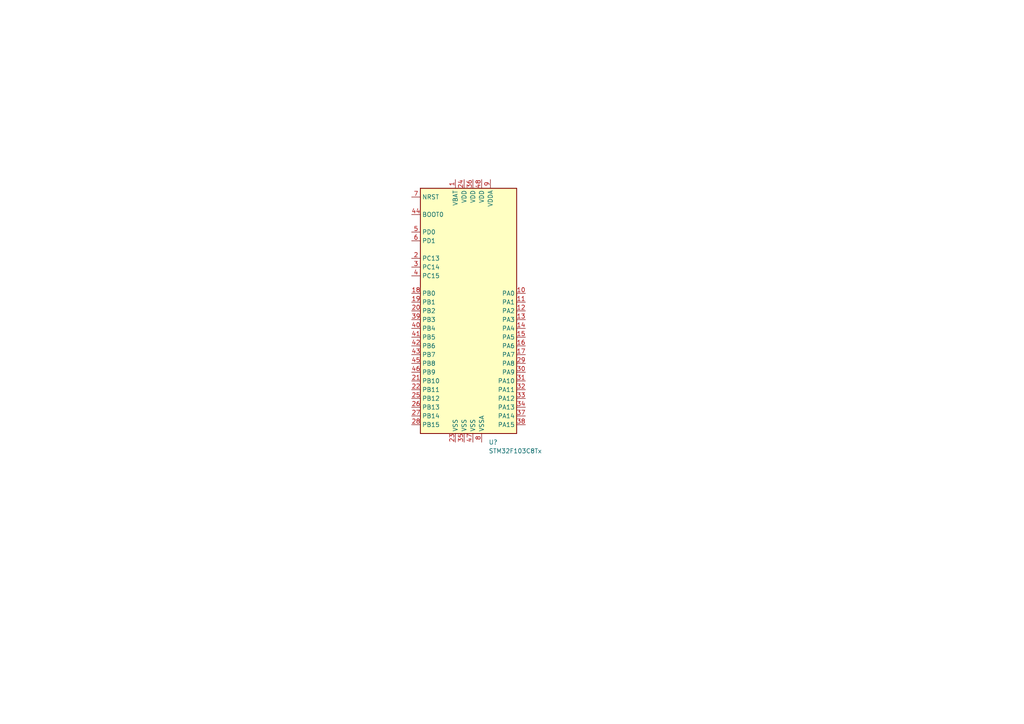
<source format=kicad_sch>
(kicad_sch (version 20211123) (generator eeschema)
  (paper "A4")
  (lib_symbols
    (symbol "MCU_ST_STM32F1:STM32F103C8Tx"
      (property "Reference" "U?" (at 4.5594 -38.1 0))
      (property "Value" "STM32F103C8Tx" (at 4.5594 -40.64 0))
      (symbol "STM32F103C8Tx_0_1"
        (rectangle (start -15.24 -35.56) (end 12.7 35.56) (stroke (width 0.254)) (fill (type background)))
      )
      (symbol "STM32F103C8Tx_1_1"
        (pin power_in line (at -5.08 38.1 270) (length 2.54) (name "VBAT") (number "1"))
        (pin bidirectional line (at 15.24 5.08 180) (length 2.54) (name "PA0") (number "10"))
        (pin bidirectional line (at 15.24 2.54 180) (length 2.54) (name "PA1") (number "11"))
        (pin bidirectional line (at 15.24 0 180) (length 2.54) (name "PA2") (number "12"))
        (pin bidirectional line (at 15.24 -2.54 180) (length 2.54) (name "PA3") (number "13"))
        (pin bidirectional line (at 15.24 -5.08 180) (length 2.54) (name "PA4") (number "14"))
        (pin bidirectional line (at 15.24 -7.62 180) (length 2.54) (name "PA5") (number "15"))
        (pin bidirectional line (at 15.24 -10.16 180) (length 2.54) (name "PA6") (number "16"))
        (pin bidirectional line (at 15.24 -12.7 180) (length 2.54) (name "PA7") (number "17"))
        (pin bidirectional line (at -17.78 5.08 0) (length 2.54) (name "PB0") (number "18"))
        (pin bidirectional line (at -17.78 2.54 0) (length 2.54) (name "PB1") (number "19"))
        (pin bidirectional line (at -17.78 15.24 0) (length 2.54) (name "PC13") (number "2"))
        (pin bidirectional line (at -17.78 0 0) (length 2.54) (name "PB2") (number "20"))
        (pin bidirectional line (at -17.78 -20.32 0) (length 2.54) (name "PB10") (number "21"))
        (pin bidirectional line (at -17.78 -22.86 0) (length 2.54) (name "PB11") (number "22"))
        (pin power_in line (at -5.08 -38.1 90) (length 2.54) (name "VSS") (number "23"))
        (pin power_in line (at -2.54 38.1 270) (length 2.54) (name "VDD") (number "24"))
        (pin bidirectional line (at -17.78 -25.4 0) (length 2.54) (name "PB12") (number "25"))
        (pin bidirectional line (at -17.78 -27.94 0) (length 2.54) (name "PB13") (number "26"))
        (pin bidirectional line (at -17.78 -30.48 0) (length 2.54) (name "PB14") (number "27"))
        (pin bidirectional line (at -17.78 -33.02 0) (length 2.54) (name "PB15") (number "28"))
        (pin bidirectional line (at 15.24 -15.24 180) (length 2.54) (name "PA8") (number "29"))
        (pin bidirectional line (at -17.78 12.7 0) (length 2.54) (name "PC14") (number "3"))
        (pin bidirectional line (at 15.24 -17.78 180) (length 2.54) (name "PA9") (number "30"))
        (pin bidirectional line (at 15.24 -20.32 180) (length 2.54) (name "PA10") (number "31"))
        (pin bidirectional line (at 15.24 -22.86 180) (length 2.54) (name "PA11") (number "32"))
        (pin bidirectional line (at 15.24 -25.4 180) (length 2.54) (name "PA12") (number "33"))
        (pin bidirectional line (at 15.24 -27.94 180) (length 2.54) (name "PA13") (number "34"))
        (pin power_in line (at -2.54 -38.1 90) (length 2.54) (name "VSS") (number "35"))
        (pin power_in line (at 0 38.1 270) (length 2.54) (name "VDD") (number "36"))
        (pin bidirectional line (at 15.24 -30.48 180) (length 2.54) (name "PA14") (number "37"))
        (pin bidirectional line (at 15.24 -33.02 180) (length 2.54) (name "PA15") (number "38"))
        (pin bidirectional line (at -17.78 -2.54 0) (length 2.54) (name "PB3") (number "39"))
        (pin bidirectional line (at -17.78 10.16 0) (length 2.54) (name "PC15") (number "4"))
        (pin bidirectional line (at -17.78 -5.08 0) (length 2.54) (name "PB4") (number "40"))
        (pin bidirectional line (at -17.78 -7.62 0) (length 2.54) (name "PB5") (number "41"))
        (pin bidirectional line (at -17.78 -10.16 0) (length 2.54) (name "PB6") (number "42"))
        (pin bidirectional line (at -17.78 -12.7 0) (length 2.54) (name "PB7") (number "43"))
        (pin input line (at -17.78 27.94 0) (length 2.54) (name "BOOT0") (number "44"))
        (pin bidirectional line (at -17.78 -15.24 0) (length 2.54) (name "PB8") (number "45"))
        (pin bidirectional line (at -17.78 -17.78 0) (length 2.54) (name "PB9") (number "46"))
        (pin power_in line (at 0 -38.1 90) (length 2.54) (name "VSS") (number "47"))
        (pin power_in line (at 2.54 38.1 270) (length 2.54) (name "VDD") (number "48"))
        (pin input line (at -17.78 22.86 0) (length 2.54) (name "PD0") (number "5"))
        (pin input line (at -17.78 20.32 0) (length 2.54) (name "PD1") (number "6"))
        (pin input line (at -17.78 33.02 0) (length 2.54) (name "NRST") (number "7"))
        (pin power_in line (at 2.54 -38.1 90) (length 2.54) (name "VSSA") (number "8"))
        (pin power_in line (at 5.08 38.1 270) (length 2.54) (name "VDDA") (number "9"))
      )
    )
  )
  (symbol (lib_id "MCU_ST_STM32F1:STM32F103C8Tx") (at 137.16 90.17 0) (unit 1)
    (property "Reference" "U?" (at 141.7194 128.27 0) (effects (justify left)))
    (property "Value" "STM32F103C8Tx" (at 141.7194 130.81 0) (effects (justify left)))
    (property "Footprint" "Package_QFP:LQFP-48_7x7mm_P0.5mm" (effects hide))
    (property "Datasheet" "http://www.st.com/st-web-ui/static/active/en/resource/technical/document/datasheet/CD00161566.pdf" (effects hide))
  )
)
</source>
